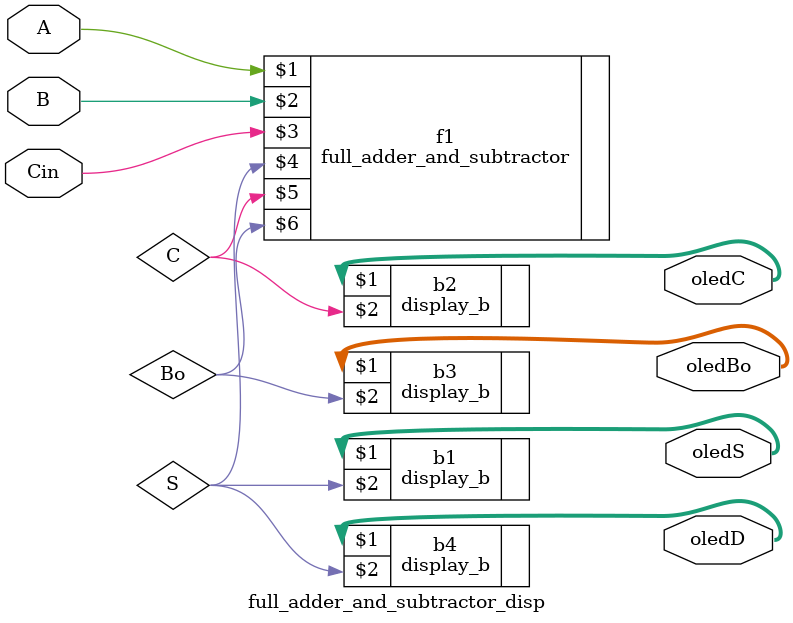
<source format=v>
module full_adder_and_subtractor_disp(A,B,Cin,oledS,oledC,oledBo,oledD);
input A,B,Cin;
output [0:6]oledS,oledC,oledBo,oledD;
wire S,C,Bo;
full_adder_and_subtractor f1(A,B,Cin,S,C,Bo);
display_b b1(oledS,S);
display_b b2(oledC,C);
display_b b3(oledBo,Bo);
display_b b4(oledD,S);
endmodule
</source>
